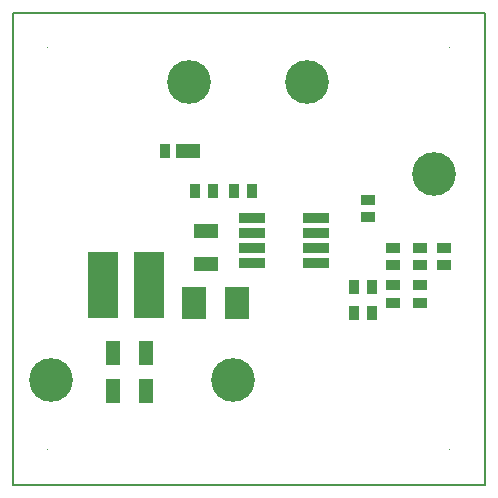
<source format=gts>
%FSLAX44Y44*%
%MOMM*%
G71*
G01*
G75*
G04 Layer_Color=8388736*
%ADD10C,0.6000*%
%ADD11C,0.2540*%
%ADD12R,1.1000X0.7000*%
%ADD13R,1.0000X1.8000*%
%ADD14R,1.0000X1.8000*%
%ADD15R,0.7000X1.1000*%
%ADD16R,1.9000X2.5000*%
%ADD17R,1.8000X1.0000*%
%ADD18R,1.8000X1.0000*%
%ADD19R,2.4000X5.5000*%
%ADD20R,2.0000X0.6500*%
%ADD21R,2.0000X1.1000*%
%ADD22R,0.8000X1.1000*%
%ADD23C,0.4000*%
%ADD24C,1.0000*%
%ADD25C,0.2000*%
%ADD26C,3.5000*%
%ADD27C,0.2032*%
%ADD28C,0.1500*%
%ADD29C,0.2800*%
%ADD30R,1.3032X0.9032*%
%ADD31R,1.2032X2.0032*%
%ADD32R,1.2032X2.0032*%
%ADD33R,0.9032X1.3032*%
%ADD34R,2.1032X2.7032*%
%ADD35R,2.0032X1.2032*%
%ADD36R,2.0032X1.2032*%
%ADD37R,2.6032X5.7032*%
%ADD38R,2.2032X0.8532*%
%ADD39R,2.1016X1.2016*%
%ADD40R,0.9016X1.2016*%
%ADD41C,3.7032*%
%ADD42R,0.0762X0.0762*%
D25*
X0Y0D02*
X400000D01*
Y400000D01*
X0D02*
X400000D01*
X0Y0D02*
Y400000D01*
D30*
X322072Y201010D02*
D03*
Y186010D02*
D03*
X344646D02*
D03*
Y201010D02*
D03*
X364966Y186010D02*
D03*
Y201010D02*
D03*
X344646Y154292D02*
D03*
Y169292D02*
D03*
X322072D02*
D03*
Y154292D02*
D03*
X300736Y226554D02*
D03*
Y241554D02*
D03*
D31*
X84826Y111412D02*
D03*
Y79916D02*
D03*
D32*
X112826Y111412D02*
D03*
Y79916D02*
D03*
D33*
X288530Y145448D02*
D03*
X303530D02*
D03*
X288530Y167292D02*
D03*
X303530D02*
D03*
X201944Y249016D02*
D03*
X186944D02*
D03*
X154432Y248666D02*
D03*
X169432D02*
D03*
D34*
X190014Y153876D02*
D03*
X153014D02*
D03*
D35*
X163448Y215414D02*
D03*
D36*
Y187414D02*
D03*
D37*
X76322Y169356D02*
D03*
X115322D02*
D03*
D38*
X256108Y226410D02*
D03*
Y213710D02*
D03*
Y201010D02*
D03*
Y188310D02*
D03*
X202108D02*
D03*
Y201010D02*
D03*
Y213710D02*
D03*
Y226410D02*
D03*
D39*
X147908Y283036D02*
D03*
D40*
X128908D02*
D03*
D41*
X185928Y88916D02*
D03*
X32512D02*
D03*
X148844Y341376D02*
D03*
X356362Y263398D02*
D03*
X248920Y341376D02*
D03*
D42*
X30000Y370000D02*
D03*
X370000D02*
D03*
Y30000D02*
D03*
X30000D02*
D03*
M02*

</source>
